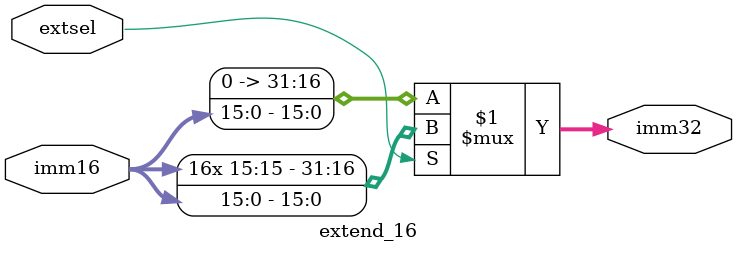
<source format=v>
`timescale 1ns / 1ps


module extend_16(
        imm16,extsel,imm32
    );
    input [15:0]imm16;
    input extsel;
    output [31:0]imm32;
    assign imm32 = extsel? {{16{imm16[15]}},imm16}:{16'b0,imm16};

endmodule

</source>
